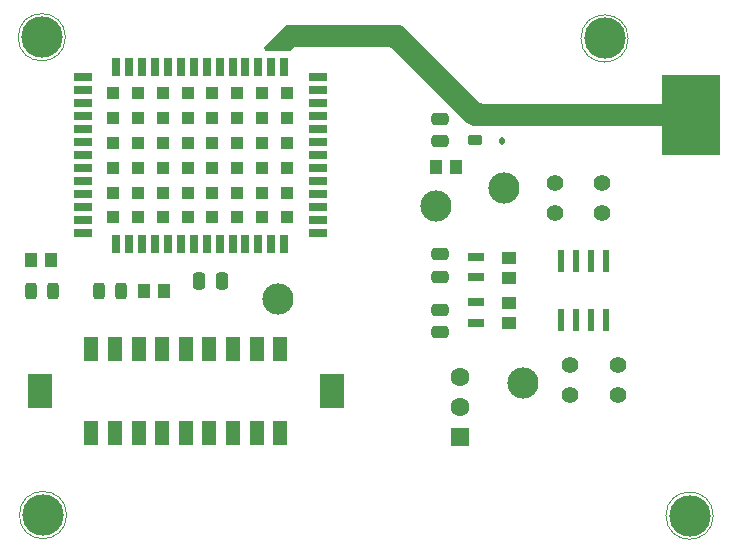
<source format=gbr>
%TF.GenerationSoftware,KiCad,Pcbnew,8.0.5*%
%TF.CreationDate,2025-05-06T08:26:28+02:00*%
%TF.ProjectId,ZED_F9P_minimal,5a45445f-4639-4505-9f6d-696e696d616c,rev?*%
%TF.SameCoordinates,Original*%
%TF.FileFunction,Soldermask,Top*%
%TF.FilePolarity,Negative*%
%FSLAX46Y46*%
G04 Gerber Fmt 4.6, Leading zero omitted, Abs format (unit mm)*
G04 Created by KiCad (PCBNEW 8.0.5) date 2025-05-06 08:26:28*
%MOMM*%
%LPD*%
G01*
G04 APERTURE LIST*
G04 Aperture macros list*
%AMRoundRect*
0 Rectangle with rounded corners*
0 $1 Rounding radius*
0 $2 $3 $4 $5 $6 $7 $8 $9 X,Y pos of 4 corners*
0 Add a 4 corners polygon primitive as box body*
4,1,4,$2,$3,$4,$5,$6,$7,$8,$9,$2,$3,0*
0 Add four circle primitives for the rounded corners*
1,1,$1+$1,$2,$3*
1,1,$1+$1,$4,$5*
1,1,$1+$1,$6,$7*
1,1,$1+$1,$8,$9*
0 Add four rect primitives between the rounded corners*
20,1,$1+$1,$2,$3,$4,$5,0*
20,1,$1+$1,$4,$5,$6,$7,0*
20,1,$1+$1,$6,$7,$8,$9,0*
20,1,$1+$1,$8,$9,$2,$3,0*%
G04 Aperture macros list end*
%ADD10C,0.000000*%
%ADD11C,0.100000*%
%ADD12C,2.641600*%
%ADD13C,1.397000*%
%ADD14RoundRect,0.218750X-0.381250X0.218750X-0.381250X-0.218750X0.381250X-0.218750X0.381250X0.218750X0*%
%ADD15RoundRect,0.250000X0.475000X-0.250000X0.475000X0.250000X-0.475000X0.250000X-0.475000X-0.250000X0*%
%ADD16R,1.193800X2.108200*%
%ADD17R,2.108200X2.895600*%
%ADD18R,0.558800X1.981200*%
%ADD19RoundRect,0.250000X-0.475000X0.250000X-0.475000X-0.250000X0.475000X-0.250000X0.475000X0.250000X0*%
%ADD20RoundRect,0.102000X-2.280000X0.425000X-2.280000X-0.425000X2.280000X-0.425000X2.280000X0.425000X0*%
%ADD21RoundRect,0.102000X-2.280000X0.500000X-2.280000X-0.500000X2.280000X-0.500000X2.280000X0.500000X0*%
%ADD22R,1.346200X0.758800*%
%ADD23C,3.500000*%
%ADD24RoundRect,0.112500X-0.112500X0.187500X-0.112500X-0.187500X0.112500X-0.187500X0.112500X0.187500X0*%
%ADD25R,1.193800X1.010400*%
%ADD26R,1.010400X1.193800*%
%ADD27RoundRect,0.243750X-0.243750X-0.456250X0.243750X-0.456250X0.243750X0.456250X-0.243750X0.456250X0*%
%ADD28R,1.599999X1.599999*%
%ADD29C,1.599999*%
%ADD30RoundRect,0.250000X-0.250000X-0.475000X0.250000X-0.475000X0.250000X0.475000X-0.250000X0.475000X0*%
%ADD31RoundRect,0.243750X0.243750X0.456250X-0.243750X0.456250X-0.243750X-0.456250X0.243750X-0.456250X0*%
%ADD32R,0.800000X1.500000*%
%ADD33R,1.500000X0.800000*%
%ADD34R,1.100000X1.100000*%
G04 APERTURE END LIST*
D10*
G36*
X52150000Y-20400000D02*
G01*
X52150000Y-21150000D01*
X51700000Y-21697350D01*
X43500000Y-21697350D01*
X43050000Y-21400000D01*
X43050000Y-20250000D01*
X43550000Y-19822350D01*
X51700000Y-19822350D01*
X52150000Y-20400000D01*
G37*
G36*
X44731137Y-20309541D02*
G01*
X44731137Y-21059541D01*
X44725000Y-21700000D01*
X43975000Y-21700000D01*
X43550000Y-22100000D01*
X41475000Y-22100000D01*
X41400000Y-21725000D01*
X43350000Y-19825000D01*
X44725000Y-19825000D01*
X44731137Y-20309541D01*
G37*
G36*
X59625000Y-26500000D02*
G01*
X60000000Y-26550000D01*
X59050000Y-28400000D01*
X58550000Y-28150000D01*
X52075000Y-21700000D01*
X50950000Y-21700000D01*
X50925000Y-19825000D01*
X52975000Y-19825000D01*
X59625000Y-26500000D01*
G37*
D11*
X75100000Y-24075000D02*
X79850000Y-24075000D01*
X79850000Y-30825000D01*
X75100000Y-30825000D01*
X75100000Y-24075000D01*
G36*
X75100000Y-24075000D02*
G01*
X79850000Y-24075000D01*
X79850000Y-30825000D01*
X75100000Y-30825000D01*
X75100000Y-24075000D01*
G37*
D10*
G36*
X75600000Y-27077650D02*
G01*
X75600000Y-27877650D01*
X75150000Y-28400000D01*
X59050000Y-28400000D01*
X58650000Y-28127650D01*
X58650000Y-26900000D01*
X59000000Y-26550000D01*
X75150000Y-26550000D01*
X75600000Y-27077650D01*
G37*
D11*
%TO.C,REF*%
X79400000Y-61400000D02*
G75*
G02*
X75400000Y-61400000I-2000000J0D01*
G01*
X75400000Y-61400000D02*
G75*
G02*
X79400000Y-61400000I2000000J0D01*
G01*
X24550000Y-20900000D02*
G75*
G02*
X20550000Y-20900000I-2000000J0D01*
G01*
X20550000Y-20900000D02*
G75*
G02*
X24550000Y-20900000I2000000J0D01*
G01*
X24650000Y-61350000D02*
G75*
G02*
X20650000Y-61350000I-2000000J0D01*
G01*
X20650000Y-61350000D02*
G75*
G02*
X24650000Y-61350000I2000000J0D01*
G01*
X72200000Y-21000000D02*
G75*
G02*
X68200000Y-21000000I-2000000J0D01*
G01*
X68200000Y-21000000D02*
G75*
G02*
X72200000Y-21000000I2000000J0D01*
G01*
%TD*%
D12*
%TO.C,TP4*%
X42550000Y-43050000D03*
%TD*%
D13*
%TO.C,JP1*%
X67300000Y-51225000D03*
X67300000Y-48685000D03*
%TD*%
D14*
%TO.C,L1*%
X59191350Y-27491500D03*
X59191350Y-29616500D03*
%TD*%
D15*
%TO.C,C2*%
X56300000Y-29725000D03*
X56300000Y-27825000D03*
%TD*%
D16*
%TO.C,INPUTS1*%
X42750000Y-47300000D03*
X42750000Y-54400001D03*
X40750002Y-47300000D03*
X40750002Y-54400001D03*
X38750001Y-47300000D03*
X38750001Y-54400001D03*
X36750002Y-47300000D03*
X36750002Y-54400001D03*
X34750001Y-47300000D03*
X34750001Y-54400001D03*
X32750000Y-47300000D03*
X32750000Y-54400001D03*
X30750001Y-47300000D03*
X30750001Y-54400001D03*
X28750000Y-47300000D03*
X28750000Y-54400001D03*
X26750002Y-47300000D03*
X26750002Y-54400001D03*
D17*
X47094401Y-50850000D03*
X22405601Y-50850000D03*
%TD*%
D18*
%TO.C,OPA2365AID1*%
X66530000Y-44804500D03*
X67800000Y-44804500D03*
X69070000Y-44804500D03*
X70340000Y-44804500D03*
X70340000Y-39876900D03*
X69070000Y-39876900D03*
X67800000Y-39876900D03*
X66530000Y-39876900D03*
%TD*%
D19*
%TO.C,C6*%
X56300000Y-39275000D03*
X56300000Y-41175000D03*
%TD*%
D20*
%TO.C,SMA1*%
X77450000Y-27455000D03*
D21*
X77450000Y-24685000D03*
X77450000Y-30225000D03*
%TD*%
D22*
%TO.C,R6*%
X59300000Y-41224999D03*
X59300000Y-39464999D03*
%TD*%
D23*
%TO.C,REF*%
X77400000Y-61400000D03*
%TD*%
D13*
%TO.C,JP4*%
X69988850Y-33213849D03*
X69988850Y-35753849D03*
%TD*%
D24*
%TO.C,D2*%
X61488850Y-27566500D03*
X61488850Y-29666500D03*
%TD*%
D25*
%TO.C,R7*%
X62150000Y-39575000D03*
X62150000Y-41271200D03*
%TD*%
D12*
%TO.C,TP5*%
X61718850Y-33677650D03*
%TD*%
D26*
%TO.C,R5*%
X23300000Y-39750000D03*
X21603800Y-39750000D03*
%TD*%
D23*
%TO.C,REF*%
X22550000Y-20900000D03*
%TD*%
%TO.C,REF*%
X22650000Y-61350000D03*
%TD*%
D15*
%TO.C,C5*%
X56300000Y-45850000D03*
X56300000Y-43950000D03*
%TD*%
D12*
%TO.C,TP2*%
X63300000Y-50188800D03*
%TD*%
D13*
%TO.C,JP2*%
X71300000Y-51225000D03*
X71300000Y-48685000D03*
%TD*%
D27*
%TO.C,D3*%
X27425000Y-42350000D03*
X29300000Y-42350000D03*
%TD*%
D13*
%TO.C,JP3*%
X65988850Y-33213849D03*
X65988850Y-35753849D03*
%TD*%
D26*
%TO.C,R4*%
X31203800Y-42350000D03*
X32900000Y-42350000D03*
%TD*%
D12*
%TO.C,TP3*%
X55950000Y-35177650D03*
%TD*%
D28*
%TO.C,LM1086IT-ADJ_NOPB1*%
X57950000Y-54740000D03*
D29*
X57950000Y-52200000D03*
X57950000Y-49660000D03*
%TD*%
D30*
%TO.C,C4*%
X35900000Y-41500000D03*
X37800000Y-41500000D03*
%TD*%
D25*
%TO.C,R3*%
X62150000Y-45071200D03*
X62150000Y-43375000D03*
%TD*%
D26*
%TO.C,R1*%
X55925000Y-31925000D03*
X57621200Y-31925000D03*
%TD*%
D31*
%TO.C,D1*%
X23487500Y-42400000D03*
X21612500Y-42400000D03*
%TD*%
D32*
%TO.C,ZED-F9P1*%
X43100000Y-23400000D03*
X42000000Y-23400000D03*
X40900000Y-23400000D03*
X39800000Y-23400000D03*
X38700000Y-23400000D03*
X37600000Y-23400000D03*
X36500000Y-23400000D03*
X35400000Y-23400000D03*
X34300000Y-23400000D03*
X33200000Y-23400000D03*
X32100000Y-23400000D03*
X31000000Y-23400000D03*
X29900000Y-23400000D03*
X28800000Y-23400000D03*
D33*
X26000000Y-24300000D03*
X26000000Y-25400000D03*
X26000000Y-26500000D03*
X26000000Y-27600000D03*
X26000000Y-28700000D03*
X26000000Y-29800000D03*
X26000000Y-30900000D03*
X26000000Y-32000000D03*
X26000000Y-33100000D03*
X26000000Y-34200000D03*
X26000000Y-35300000D03*
X26000000Y-36400000D03*
X26000000Y-37500000D03*
D32*
X28800000Y-38400000D03*
X29900000Y-38400000D03*
X31000000Y-38400000D03*
X32100000Y-38400000D03*
X33200000Y-38400000D03*
X34300000Y-38400000D03*
X35400000Y-38400000D03*
X36500000Y-38400000D03*
X37600000Y-38400000D03*
X38700000Y-38400000D03*
X39800000Y-38400000D03*
X40900000Y-38400000D03*
X42000000Y-38400000D03*
X43100000Y-38400000D03*
D33*
X45900000Y-37500000D03*
X45900000Y-36400000D03*
X45900000Y-35300000D03*
X45900000Y-34200000D03*
X45900000Y-33100000D03*
X45900000Y-32000000D03*
X45900000Y-30900000D03*
X45900000Y-29800000D03*
X45900000Y-28700000D03*
X45900000Y-27600000D03*
X45900000Y-26500000D03*
X45900000Y-25400000D03*
X45900000Y-24300000D03*
D34*
X43300000Y-25650000D03*
X41200000Y-25650000D03*
X39100000Y-25650000D03*
X37000000Y-25650000D03*
X34900000Y-25650000D03*
X32800000Y-25650000D03*
X30700000Y-25650000D03*
X28600000Y-25650000D03*
X43300000Y-27750000D03*
X41200000Y-27750000D03*
X39100000Y-27750000D03*
X37000000Y-27750000D03*
X34900000Y-27750000D03*
X32800000Y-27750000D03*
X30700000Y-27750000D03*
X28600000Y-27750000D03*
X43300000Y-29850000D03*
X41200000Y-29850000D03*
X39100000Y-29850000D03*
X37000000Y-29850000D03*
X34900000Y-29850000D03*
X32800000Y-29850000D03*
X30700000Y-29850000D03*
X28600000Y-29850000D03*
X43300000Y-31950000D03*
X41200000Y-31950000D03*
X39100000Y-31950000D03*
X37000000Y-31950000D03*
X34900000Y-31950000D03*
X32800000Y-31950000D03*
X30700000Y-31950000D03*
X28600000Y-31950000D03*
X43300000Y-34050000D03*
X41200000Y-34050000D03*
X39100000Y-34050000D03*
X37000000Y-34050000D03*
X34900000Y-34050000D03*
X32800000Y-34050000D03*
X30700000Y-34050000D03*
X28600000Y-34050000D03*
X43300000Y-36150000D03*
X41200000Y-36150000D03*
X39100000Y-36150000D03*
X37000000Y-36150000D03*
X34900000Y-36150000D03*
X32800000Y-36150000D03*
X30700000Y-36150000D03*
X28600000Y-36150000D03*
%TD*%
D23*
%TO.C,REF*%
X70200000Y-21000000D03*
%TD*%
D22*
%TO.C,R2*%
X59300000Y-43350300D03*
X59300000Y-45099700D03*
%TD*%
M02*

</source>
